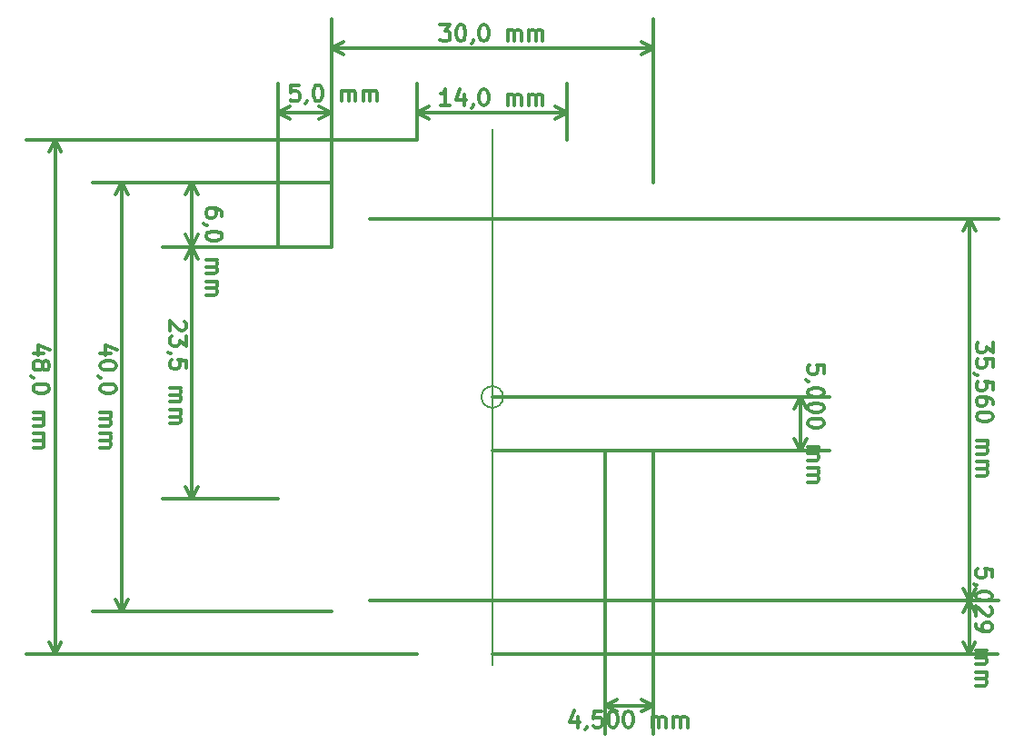
<source format=gbr>
G04 #@! TF.GenerationSoftware,KiCad,Pcbnew,5.0.2-bee76a0~70~ubuntu18.04.1*
G04 #@! TF.CreationDate,2019-03-07T19:49:32+01:00*
G04 #@! TF.ProjectId,bus-module_atmega328,6275732d-6d6f-4647-956c-655f61746d65,C*
G04 #@! TF.SameCoordinates,Original*
G04 #@! TF.FileFunction,Other,Comment*
%FSLAX46Y46*%
G04 Gerber Fmt 4.6, Leading zero omitted, Abs format (unit mm)*
G04 Created by KiCad (PCBNEW 5.0.2-bee76a0~70~ubuntu18.04.1) date Do 07 Mär 2019 19:49:32 CET*
%MOMM*%
%LPD*%
G01*
G04 APERTURE LIST*
%ADD10C,0.300000*%
%ADD11C,0.200000*%
G04 APERTURE END LIST*
D10*
X146595828Y-116773914D02*
X146595828Y-116059628D01*
X145881542Y-115988200D01*
X145952971Y-116059628D01*
X146024400Y-116202485D01*
X146024400Y-116559628D01*
X145952971Y-116702485D01*
X145881542Y-116773914D01*
X145738685Y-116845342D01*
X145381542Y-116845342D01*
X145238685Y-116773914D01*
X145167257Y-116702485D01*
X145095828Y-116559628D01*
X145095828Y-116202485D01*
X145167257Y-116059628D01*
X145238685Y-115988200D01*
X145167257Y-117559628D02*
X145095828Y-117559628D01*
X144952971Y-117488200D01*
X144881542Y-117416771D01*
X146595828Y-118488200D02*
X146595828Y-118631057D01*
X146524400Y-118773914D01*
X146452971Y-118845342D01*
X146310114Y-118916771D01*
X146024400Y-118988200D01*
X145667257Y-118988200D01*
X145381542Y-118916771D01*
X145238685Y-118845342D01*
X145167257Y-118773914D01*
X145095828Y-118631057D01*
X145095828Y-118488200D01*
X145167257Y-118345342D01*
X145238685Y-118273914D01*
X145381542Y-118202485D01*
X145667257Y-118131057D01*
X146024400Y-118131057D01*
X146310114Y-118202485D01*
X146452971Y-118273914D01*
X146524400Y-118345342D01*
X146595828Y-118488200D01*
X146452971Y-119559628D02*
X146524400Y-119631057D01*
X146595828Y-119773914D01*
X146595828Y-120131057D01*
X146524400Y-120273914D01*
X146452971Y-120345342D01*
X146310114Y-120416771D01*
X146167257Y-120416771D01*
X145952971Y-120345342D01*
X145095828Y-119488200D01*
X145095828Y-120416771D01*
X145095828Y-121131057D02*
X145095828Y-121416771D01*
X145167257Y-121559628D01*
X145238685Y-121631057D01*
X145452971Y-121773914D01*
X145738685Y-121845342D01*
X146310114Y-121845342D01*
X146452971Y-121773914D01*
X146524400Y-121702485D01*
X146595828Y-121559628D01*
X146595828Y-121273914D01*
X146524400Y-121131057D01*
X146452971Y-121059628D01*
X146310114Y-120988200D01*
X145952971Y-120988200D01*
X145810114Y-121059628D01*
X145738685Y-121131057D01*
X145667257Y-121273914D01*
X145667257Y-121559628D01*
X145738685Y-121702485D01*
X145810114Y-121773914D01*
X145952971Y-121845342D01*
X145095828Y-123631057D02*
X146095828Y-123631057D01*
X145952971Y-123631057D02*
X146024400Y-123702485D01*
X146095828Y-123845342D01*
X146095828Y-124059628D01*
X146024400Y-124202485D01*
X145881542Y-124273914D01*
X145095828Y-124273914D01*
X145881542Y-124273914D02*
X146024400Y-124345342D01*
X146095828Y-124488200D01*
X146095828Y-124702485D01*
X146024400Y-124845342D01*
X145881542Y-124916771D01*
X145095828Y-124916771D01*
X145095828Y-125631057D02*
X146095828Y-125631057D01*
X145952971Y-125631057D02*
X146024400Y-125702485D01*
X146095828Y-125845342D01*
X146095828Y-126059628D01*
X146024400Y-126202485D01*
X145881542Y-126273914D01*
X145095828Y-126273914D01*
X145881542Y-126273914D02*
X146024400Y-126345342D01*
X146095828Y-126488200D01*
X146095828Y-126702485D01*
X146024400Y-126845342D01*
X145881542Y-126916771D01*
X145095828Y-126916771D01*
X144424400Y-118973600D02*
X144424400Y-124002800D01*
X99974400Y-118973600D02*
X147124400Y-118973600D01*
X99974400Y-124002800D02*
X147124400Y-124002800D01*
X144424400Y-124002800D02*
X143837979Y-122876296D01*
X144424400Y-124002800D02*
X145010821Y-122876296D01*
X144424400Y-118973600D02*
X143837979Y-120100104D01*
X144424400Y-118973600D02*
X145010821Y-120100104D01*
X146626428Y-94904285D02*
X146626428Y-95832857D01*
X146055000Y-95332857D01*
X146055000Y-95547142D01*
X145983571Y-95690000D01*
X145912142Y-95761428D01*
X145769285Y-95832857D01*
X145412142Y-95832857D01*
X145269285Y-95761428D01*
X145197857Y-95690000D01*
X145126428Y-95547142D01*
X145126428Y-95118571D01*
X145197857Y-94975714D01*
X145269285Y-94904285D01*
X146626428Y-97190000D02*
X146626428Y-96475714D01*
X145912142Y-96404285D01*
X145983571Y-96475714D01*
X146055000Y-96618571D01*
X146055000Y-96975714D01*
X145983571Y-97118571D01*
X145912142Y-97190000D01*
X145769285Y-97261428D01*
X145412142Y-97261428D01*
X145269285Y-97190000D01*
X145197857Y-97118571D01*
X145126428Y-96975714D01*
X145126428Y-96618571D01*
X145197857Y-96475714D01*
X145269285Y-96404285D01*
X145197857Y-97975714D02*
X145126428Y-97975714D01*
X144983571Y-97904285D01*
X144912142Y-97832857D01*
X146626428Y-99332857D02*
X146626428Y-98618571D01*
X145912142Y-98547142D01*
X145983571Y-98618571D01*
X146055000Y-98761428D01*
X146055000Y-99118571D01*
X145983571Y-99261428D01*
X145912142Y-99332857D01*
X145769285Y-99404285D01*
X145412142Y-99404285D01*
X145269285Y-99332857D01*
X145197857Y-99261428D01*
X145126428Y-99118571D01*
X145126428Y-98761428D01*
X145197857Y-98618571D01*
X145269285Y-98547142D01*
X146626428Y-100690000D02*
X146626428Y-100404285D01*
X146555000Y-100261428D01*
X146483571Y-100190000D01*
X146269285Y-100047142D01*
X145983571Y-99975714D01*
X145412142Y-99975714D01*
X145269285Y-100047142D01*
X145197857Y-100118571D01*
X145126428Y-100261428D01*
X145126428Y-100547142D01*
X145197857Y-100690000D01*
X145269285Y-100761428D01*
X145412142Y-100832857D01*
X145769285Y-100832857D01*
X145912142Y-100761428D01*
X145983571Y-100690000D01*
X146055000Y-100547142D01*
X146055000Y-100261428D01*
X145983571Y-100118571D01*
X145912142Y-100047142D01*
X145769285Y-99975714D01*
X146626428Y-101761428D02*
X146626428Y-101904285D01*
X146555000Y-102047142D01*
X146483571Y-102118571D01*
X146340714Y-102190000D01*
X146055000Y-102261428D01*
X145697857Y-102261428D01*
X145412142Y-102190000D01*
X145269285Y-102118571D01*
X145197857Y-102047142D01*
X145126428Y-101904285D01*
X145126428Y-101761428D01*
X145197857Y-101618571D01*
X145269285Y-101547142D01*
X145412142Y-101475714D01*
X145697857Y-101404285D01*
X146055000Y-101404285D01*
X146340714Y-101475714D01*
X146483571Y-101547142D01*
X146555000Y-101618571D01*
X146626428Y-101761428D01*
X145126428Y-104047142D02*
X146126428Y-104047142D01*
X145983571Y-104047142D02*
X146055000Y-104118571D01*
X146126428Y-104261428D01*
X146126428Y-104475714D01*
X146055000Y-104618571D01*
X145912142Y-104690000D01*
X145126428Y-104690000D01*
X145912142Y-104690000D02*
X146055000Y-104761428D01*
X146126428Y-104904285D01*
X146126428Y-105118571D01*
X146055000Y-105261428D01*
X145912142Y-105332857D01*
X145126428Y-105332857D01*
X145126428Y-106047142D02*
X146126428Y-106047142D01*
X145983571Y-106047142D02*
X146055000Y-106118571D01*
X146126428Y-106261428D01*
X146126428Y-106475714D01*
X146055000Y-106618571D01*
X145912142Y-106690000D01*
X145126428Y-106690000D01*
X145912142Y-106690000D02*
X146055000Y-106761428D01*
X146126428Y-106904285D01*
X146126428Y-107118571D01*
X146055000Y-107261428D01*
X145912142Y-107332857D01*
X145126428Y-107332857D01*
X144455000Y-83410000D02*
X144455000Y-118970000D01*
X88575000Y-83410000D02*
X147155000Y-83410000D01*
X88575000Y-118970000D02*
X147155000Y-118970000D01*
X144455000Y-118970000D02*
X143868579Y-117843496D01*
X144455000Y-118970000D02*
X145041421Y-117843496D01*
X144455000Y-83410000D02*
X143868579Y-84536504D01*
X144455000Y-83410000D02*
X145041421Y-84536504D01*
X107964285Y-129778571D02*
X107964285Y-130778571D01*
X107607142Y-129207142D02*
X107250000Y-130278571D01*
X108178571Y-130278571D01*
X108821428Y-130707142D02*
X108821428Y-130778571D01*
X108750000Y-130921428D01*
X108678571Y-130992857D01*
X110178571Y-129278571D02*
X109464285Y-129278571D01*
X109392857Y-129992857D01*
X109464285Y-129921428D01*
X109607142Y-129850000D01*
X109964285Y-129850000D01*
X110107142Y-129921428D01*
X110178571Y-129992857D01*
X110250000Y-130135714D01*
X110250000Y-130492857D01*
X110178571Y-130635714D01*
X110107142Y-130707142D01*
X109964285Y-130778571D01*
X109607142Y-130778571D01*
X109464285Y-130707142D01*
X109392857Y-130635714D01*
X111178571Y-129278571D02*
X111321428Y-129278571D01*
X111464285Y-129350000D01*
X111535714Y-129421428D01*
X111607142Y-129564285D01*
X111678571Y-129850000D01*
X111678571Y-130207142D01*
X111607142Y-130492857D01*
X111535714Y-130635714D01*
X111464285Y-130707142D01*
X111321428Y-130778571D01*
X111178571Y-130778571D01*
X111035714Y-130707142D01*
X110964285Y-130635714D01*
X110892857Y-130492857D01*
X110821428Y-130207142D01*
X110821428Y-129850000D01*
X110892857Y-129564285D01*
X110964285Y-129421428D01*
X111035714Y-129350000D01*
X111178571Y-129278571D01*
X112607142Y-129278571D02*
X112750000Y-129278571D01*
X112892857Y-129350000D01*
X112964285Y-129421428D01*
X113035714Y-129564285D01*
X113107142Y-129850000D01*
X113107142Y-130207142D01*
X113035714Y-130492857D01*
X112964285Y-130635714D01*
X112892857Y-130707142D01*
X112750000Y-130778571D01*
X112607142Y-130778571D01*
X112464285Y-130707142D01*
X112392857Y-130635714D01*
X112321428Y-130492857D01*
X112250000Y-130207142D01*
X112250000Y-129850000D01*
X112321428Y-129564285D01*
X112392857Y-129421428D01*
X112464285Y-129350000D01*
X112607142Y-129278571D01*
X114892857Y-130778571D02*
X114892857Y-129778571D01*
X114892857Y-129921428D02*
X114964285Y-129850000D01*
X115107142Y-129778571D01*
X115321428Y-129778571D01*
X115464285Y-129850000D01*
X115535714Y-129992857D01*
X115535714Y-130778571D01*
X115535714Y-129992857D02*
X115607142Y-129850000D01*
X115750000Y-129778571D01*
X115964285Y-129778571D01*
X116107142Y-129850000D01*
X116178571Y-129992857D01*
X116178571Y-130778571D01*
X116892857Y-130778571D02*
X116892857Y-129778571D01*
X116892857Y-129921428D02*
X116964285Y-129850000D01*
X117107142Y-129778571D01*
X117321428Y-129778571D01*
X117464285Y-129850000D01*
X117535714Y-129992857D01*
X117535714Y-130778571D01*
X117535714Y-129992857D02*
X117607142Y-129850000D01*
X117750000Y-129778571D01*
X117964285Y-129778571D01*
X118107142Y-129850000D01*
X118178571Y-129992857D01*
X118178571Y-130778571D01*
X110500000Y-128750000D02*
X115000000Y-128750000D01*
X110500000Y-105000000D02*
X110500000Y-131450000D01*
X115000000Y-105000000D02*
X115000000Y-131450000D01*
X115000000Y-128750000D02*
X113873496Y-129336421D01*
X115000000Y-128750000D02*
X113873496Y-128163579D01*
X110500000Y-128750000D02*
X111626504Y-129336421D01*
X110500000Y-128750000D02*
X111626504Y-128163579D01*
X130921428Y-97785714D02*
X130921428Y-97071428D01*
X130207142Y-97000000D01*
X130278571Y-97071428D01*
X130350000Y-97214285D01*
X130350000Y-97571428D01*
X130278571Y-97714285D01*
X130207142Y-97785714D01*
X130064285Y-97857142D01*
X129707142Y-97857142D01*
X129564285Y-97785714D01*
X129492857Y-97714285D01*
X129421428Y-97571428D01*
X129421428Y-97214285D01*
X129492857Y-97071428D01*
X129564285Y-97000000D01*
X129492857Y-98571428D02*
X129421428Y-98571428D01*
X129278571Y-98500000D01*
X129207142Y-98428571D01*
X130921428Y-99500000D02*
X130921428Y-99642857D01*
X130850000Y-99785714D01*
X130778571Y-99857142D01*
X130635714Y-99928571D01*
X130350000Y-100000000D01*
X129992857Y-100000000D01*
X129707142Y-99928571D01*
X129564285Y-99857142D01*
X129492857Y-99785714D01*
X129421428Y-99642857D01*
X129421428Y-99500000D01*
X129492857Y-99357142D01*
X129564285Y-99285714D01*
X129707142Y-99214285D01*
X129992857Y-99142857D01*
X130350000Y-99142857D01*
X130635714Y-99214285D01*
X130778571Y-99285714D01*
X130850000Y-99357142D01*
X130921428Y-99500000D01*
X130921428Y-100928571D02*
X130921428Y-101071428D01*
X130850000Y-101214285D01*
X130778571Y-101285714D01*
X130635714Y-101357142D01*
X130350000Y-101428571D01*
X129992857Y-101428571D01*
X129707142Y-101357142D01*
X129564285Y-101285714D01*
X129492857Y-101214285D01*
X129421428Y-101071428D01*
X129421428Y-100928571D01*
X129492857Y-100785714D01*
X129564285Y-100714285D01*
X129707142Y-100642857D01*
X129992857Y-100571428D01*
X130350000Y-100571428D01*
X130635714Y-100642857D01*
X130778571Y-100714285D01*
X130850000Y-100785714D01*
X130921428Y-100928571D01*
X130921428Y-102357142D02*
X130921428Y-102500000D01*
X130850000Y-102642857D01*
X130778571Y-102714285D01*
X130635714Y-102785714D01*
X130350000Y-102857142D01*
X129992857Y-102857142D01*
X129707142Y-102785714D01*
X129564285Y-102714285D01*
X129492857Y-102642857D01*
X129421428Y-102500000D01*
X129421428Y-102357142D01*
X129492857Y-102214285D01*
X129564285Y-102142857D01*
X129707142Y-102071428D01*
X129992857Y-102000000D01*
X130350000Y-102000000D01*
X130635714Y-102071428D01*
X130778571Y-102142857D01*
X130850000Y-102214285D01*
X130921428Y-102357142D01*
X129421428Y-104642857D02*
X130421428Y-104642857D01*
X130278571Y-104642857D02*
X130350000Y-104714285D01*
X130421428Y-104857142D01*
X130421428Y-105071428D01*
X130350000Y-105214285D01*
X130207142Y-105285714D01*
X129421428Y-105285714D01*
X130207142Y-105285714D02*
X130350000Y-105357142D01*
X130421428Y-105500000D01*
X130421428Y-105714285D01*
X130350000Y-105857142D01*
X130207142Y-105928571D01*
X129421428Y-105928571D01*
X129421428Y-106642857D02*
X130421428Y-106642857D01*
X130278571Y-106642857D02*
X130350000Y-106714285D01*
X130421428Y-106857142D01*
X130421428Y-107071428D01*
X130350000Y-107214285D01*
X130207142Y-107285714D01*
X129421428Y-107285714D01*
X130207142Y-107285714D02*
X130350000Y-107357142D01*
X130421428Y-107500000D01*
X130421428Y-107714285D01*
X130350000Y-107857142D01*
X130207142Y-107928571D01*
X129421428Y-107928571D01*
X128750000Y-100000000D02*
X128750000Y-105000000D01*
X100000000Y-100000000D02*
X131450000Y-100000000D01*
X100000000Y-105000000D02*
X131450000Y-105000000D01*
X128750000Y-105000000D02*
X128163579Y-103873496D01*
X128750000Y-105000000D02*
X129336421Y-103873496D01*
X128750000Y-100000000D02*
X128163579Y-101126504D01*
X128750000Y-100000000D02*
X129336421Y-101126504D01*
D11*
X100000000Y-75000000D02*
X100000000Y-125000000D01*
D10*
X58221428Y-95928571D02*
X57221428Y-95928571D01*
X58792857Y-95571428D02*
X57721428Y-95214285D01*
X57721428Y-96142857D01*
X58078571Y-96928571D02*
X58150000Y-96785714D01*
X58221428Y-96714285D01*
X58364285Y-96642857D01*
X58435714Y-96642857D01*
X58578571Y-96714285D01*
X58650000Y-96785714D01*
X58721428Y-96928571D01*
X58721428Y-97214285D01*
X58650000Y-97357142D01*
X58578571Y-97428571D01*
X58435714Y-97500000D01*
X58364285Y-97500000D01*
X58221428Y-97428571D01*
X58150000Y-97357142D01*
X58078571Y-97214285D01*
X58078571Y-96928571D01*
X58007142Y-96785714D01*
X57935714Y-96714285D01*
X57792857Y-96642857D01*
X57507142Y-96642857D01*
X57364285Y-96714285D01*
X57292857Y-96785714D01*
X57221428Y-96928571D01*
X57221428Y-97214285D01*
X57292857Y-97357142D01*
X57364285Y-97428571D01*
X57507142Y-97500000D01*
X57792857Y-97500000D01*
X57935714Y-97428571D01*
X58007142Y-97357142D01*
X58078571Y-97214285D01*
X57292857Y-98214285D02*
X57221428Y-98214285D01*
X57078571Y-98142857D01*
X57007142Y-98071428D01*
X58721428Y-99142857D02*
X58721428Y-99285714D01*
X58650000Y-99428571D01*
X58578571Y-99500000D01*
X58435714Y-99571428D01*
X58150000Y-99642857D01*
X57792857Y-99642857D01*
X57507142Y-99571428D01*
X57364285Y-99500000D01*
X57292857Y-99428571D01*
X57221428Y-99285714D01*
X57221428Y-99142857D01*
X57292857Y-99000000D01*
X57364285Y-98928571D01*
X57507142Y-98857142D01*
X57792857Y-98785714D01*
X58150000Y-98785714D01*
X58435714Y-98857142D01*
X58578571Y-98928571D01*
X58650000Y-99000000D01*
X58721428Y-99142857D01*
X57221428Y-101428571D02*
X58221428Y-101428571D01*
X58078571Y-101428571D02*
X58150000Y-101500000D01*
X58221428Y-101642857D01*
X58221428Y-101857142D01*
X58150000Y-102000000D01*
X58007142Y-102071428D01*
X57221428Y-102071428D01*
X58007142Y-102071428D02*
X58150000Y-102142857D01*
X58221428Y-102285714D01*
X58221428Y-102500000D01*
X58150000Y-102642857D01*
X58007142Y-102714285D01*
X57221428Y-102714285D01*
X57221428Y-103428571D02*
X58221428Y-103428571D01*
X58078571Y-103428571D02*
X58150000Y-103500000D01*
X58221428Y-103642857D01*
X58221428Y-103857142D01*
X58150000Y-104000000D01*
X58007142Y-104071428D01*
X57221428Y-104071428D01*
X58007142Y-104071428D02*
X58150000Y-104142857D01*
X58221428Y-104285714D01*
X58221428Y-104500000D01*
X58150000Y-104642857D01*
X58007142Y-104714285D01*
X57221428Y-104714285D01*
X59250000Y-76000000D02*
X59250000Y-124000000D01*
X93000000Y-76000000D02*
X56550000Y-76000000D01*
X93000000Y-124000000D02*
X56550000Y-124000000D01*
X59250000Y-124000000D02*
X58663579Y-122873496D01*
X59250000Y-124000000D02*
X59836421Y-122873496D01*
X59250000Y-76000000D02*
X58663579Y-77126504D01*
X59250000Y-76000000D02*
X59836421Y-77126504D01*
X64471428Y-95928571D02*
X63471428Y-95928571D01*
X65042857Y-95571428D02*
X63971428Y-95214285D01*
X63971428Y-96142857D01*
X64971428Y-97000000D02*
X64971428Y-97142857D01*
X64900000Y-97285714D01*
X64828571Y-97357142D01*
X64685714Y-97428571D01*
X64400000Y-97500000D01*
X64042857Y-97500000D01*
X63757142Y-97428571D01*
X63614285Y-97357142D01*
X63542857Y-97285714D01*
X63471428Y-97142857D01*
X63471428Y-97000000D01*
X63542857Y-96857142D01*
X63614285Y-96785714D01*
X63757142Y-96714285D01*
X64042857Y-96642857D01*
X64400000Y-96642857D01*
X64685714Y-96714285D01*
X64828571Y-96785714D01*
X64900000Y-96857142D01*
X64971428Y-97000000D01*
X63542857Y-98214285D02*
X63471428Y-98214285D01*
X63328571Y-98142857D01*
X63257142Y-98071428D01*
X64971428Y-99142857D02*
X64971428Y-99285714D01*
X64900000Y-99428571D01*
X64828571Y-99500000D01*
X64685714Y-99571428D01*
X64400000Y-99642857D01*
X64042857Y-99642857D01*
X63757142Y-99571428D01*
X63614285Y-99500000D01*
X63542857Y-99428571D01*
X63471428Y-99285714D01*
X63471428Y-99142857D01*
X63542857Y-99000000D01*
X63614285Y-98928571D01*
X63757142Y-98857142D01*
X64042857Y-98785714D01*
X64400000Y-98785714D01*
X64685714Y-98857142D01*
X64828571Y-98928571D01*
X64900000Y-99000000D01*
X64971428Y-99142857D01*
X63471428Y-101428571D02*
X64471428Y-101428571D01*
X64328571Y-101428571D02*
X64400000Y-101500000D01*
X64471428Y-101642857D01*
X64471428Y-101857142D01*
X64400000Y-102000000D01*
X64257142Y-102071428D01*
X63471428Y-102071428D01*
X64257142Y-102071428D02*
X64400000Y-102142857D01*
X64471428Y-102285714D01*
X64471428Y-102500000D01*
X64400000Y-102642857D01*
X64257142Y-102714285D01*
X63471428Y-102714285D01*
X63471428Y-103428571D02*
X64471428Y-103428571D01*
X64328571Y-103428571D02*
X64400000Y-103500000D01*
X64471428Y-103642857D01*
X64471428Y-103857142D01*
X64400000Y-104000000D01*
X64257142Y-104071428D01*
X63471428Y-104071428D01*
X64257142Y-104071428D02*
X64400000Y-104142857D01*
X64471428Y-104285714D01*
X64471428Y-104500000D01*
X64400000Y-104642857D01*
X64257142Y-104714285D01*
X63471428Y-104714285D01*
X65500000Y-80000000D02*
X65500000Y-120000000D01*
X85000000Y-80000000D02*
X62800000Y-80000000D01*
X85000000Y-120000000D02*
X62800000Y-120000000D01*
X65500000Y-120000000D02*
X64913579Y-118873496D01*
X65500000Y-120000000D02*
X66086421Y-118873496D01*
X65500000Y-80000000D02*
X64913579Y-81126504D01*
X65500000Y-80000000D02*
X66086421Y-81126504D01*
X71328571Y-92964285D02*
X71400000Y-93035714D01*
X71471428Y-93178571D01*
X71471428Y-93535714D01*
X71400000Y-93678571D01*
X71328571Y-93750000D01*
X71185714Y-93821428D01*
X71042857Y-93821428D01*
X70828571Y-93750000D01*
X69971428Y-92892857D01*
X69971428Y-93821428D01*
X71471428Y-94321428D02*
X71471428Y-95250000D01*
X70900000Y-94750000D01*
X70900000Y-94964285D01*
X70828571Y-95107142D01*
X70757142Y-95178571D01*
X70614285Y-95250000D01*
X70257142Y-95250000D01*
X70114285Y-95178571D01*
X70042857Y-95107142D01*
X69971428Y-94964285D01*
X69971428Y-94535714D01*
X70042857Y-94392857D01*
X70114285Y-94321428D01*
X70042857Y-95964285D02*
X69971428Y-95964285D01*
X69828571Y-95892857D01*
X69757142Y-95821428D01*
X71471428Y-97321428D02*
X71471428Y-96607142D01*
X70757142Y-96535714D01*
X70828571Y-96607142D01*
X70900000Y-96750000D01*
X70900000Y-97107142D01*
X70828571Y-97250000D01*
X70757142Y-97321428D01*
X70614285Y-97392857D01*
X70257142Y-97392857D01*
X70114285Y-97321428D01*
X70042857Y-97250000D01*
X69971428Y-97107142D01*
X69971428Y-96750000D01*
X70042857Y-96607142D01*
X70114285Y-96535714D01*
X69971428Y-99178571D02*
X70971428Y-99178571D01*
X70828571Y-99178571D02*
X70900000Y-99250000D01*
X70971428Y-99392857D01*
X70971428Y-99607142D01*
X70900000Y-99750000D01*
X70757142Y-99821428D01*
X69971428Y-99821428D01*
X70757142Y-99821428D02*
X70900000Y-99892857D01*
X70971428Y-100035714D01*
X70971428Y-100250000D01*
X70900000Y-100392857D01*
X70757142Y-100464285D01*
X69971428Y-100464285D01*
X69971428Y-101178571D02*
X70971428Y-101178571D01*
X70828571Y-101178571D02*
X70900000Y-101250000D01*
X70971428Y-101392857D01*
X70971428Y-101607142D01*
X70900000Y-101750000D01*
X70757142Y-101821428D01*
X69971428Y-101821428D01*
X70757142Y-101821428D02*
X70900000Y-101892857D01*
X70971428Y-102035714D01*
X70971428Y-102250000D01*
X70900000Y-102392857D01*
X70757142Y-102464285D01*
X69971428Y-102464285D01*
X72000000Y-86000000D02*
X72000000Y-109500000D01*
X80000000Y-86000000D02*
X69300000Y-86000000D01*
X80000000Y-109500000D02*
X69300000Y-109500000D01*
X72000000Y-109500000D02*
X71413579Y-108373496D01*
X72000000Y-109500000D02*
X72586421Y-108373496D01*
X72000000Y-86000000D02*
X71413579Y-87126504D01*
X72000000Y-86000000D02*
X72586421Y-87126504D01*
X74821428Y-83142857D02*
X74821428Y-82857142D01*
X74750000Y-82714285D01*
X74678571Y-82642857D01*
X74464285Y-82500000D01*
X74178571Y-82428571D01*
X73607142Y-82428571D01*
X73464285Y-82500000D01*
X73392857Y-82571428D01*
X73321428Y-82714285D01*
X73321428Y-83000000D01*
X73392857Y-83142857D01*
X73464285Y-83214285D01*
X73607142Y-83285714D01*
X73964285Y-83285714D01*
X74107142Y-83214285D01*
X74178571Y-83142857D01*
X74250000Y-83000000D01*
X74250000Y-82714285D01*
X74178571Y-82571428D01*
X74107142Y-82500000D01*
X73964285Y-82428571D01*
X73392857Y-84000000D02*
X73321428Y-84000000D01*
X73178571Y-83928571D01*
X73107142Y-83857142D01*
X74821428Y-84928571D02*
X74821428Y-85071428D01*
X74750000Y-85214285D01*
X74678571Y-85285714D01*
X74535714Y-85357142D01*
X74250000Y-85428571D01*
X73892857Y-85428571D01*
X73607142Y-85357142D01*
X73464285Y-85285714D01*
X73392857Y-85214285D01*
X73321428Y-85071428D01*
X73321428Y-84928571D01*
X73392857Y-84785714D01*
X73464285Y-84714285D01*
X73607142Y-84642857D01*
X73892857Y-84571428D01*
X74250000Y-84571428D01*
X74535714Y-84642857D01*
X74678571Y-84714285D01*
X74750000Y-84785714D01*
X74821428Y-84928571D01*
X73321428Y-87214285D02*
X74321428Y-87214285D01*
X74178571Y-87214285D02*
X74250000Y-87285714D01*
X74321428Y-87428571D01*
X74321428Y-87642857D01*
X74250000Y-87785714D01*
X74107142Y-87857142D01*
X73321428Y-87857142D01*
X74107142Y-87857142D02*
X74250000Y-87928571D01*
X74321428Y-88071428D01*
X74321428Y-88285714D01*
X74250000Y-88428571D01*
X74107142Y-88500000D01*
X73321428Y-88500000D01*
X73321428Y-89214285D02*
X74321428Y-89214285D01*
X74178571Y-89214285D02*
X74250000Y-89285714D01*
X74321428Y-89428571D01*
X74321428Y-89642857D01*
X74250000Y-89785714D01*
X74107142Y-89857142D01*
X73321428Y-89857142D01*
X74107142Y-89857142D02*
X74250000Y-89928571D01*
X74321428Y-90071428D01*
X74321428Y-90285714D01*
X74250000Y-90428571D01*
X74107142Y-90500000D01*
X73321428Y-90500000D01*
X72000000Y-80000000D02*
X72000000Y-86000000D01*
X85000000Y-80000000D02*
X69300000Y-80000000D01*
X85000000Y-86000000D02*
X69300000Y-86000000D01*
X72000000Y-86000000D02*
X71413579Y-84873496D01*
X72000000Y-86000000D02*
X72586421Y-84873496D01*
X72000000Y-80000000D02*
X71413579Y-81126504D01*
X72000000Y-80000000D02*
X72586421Y-81126504D01*
X95142857Y-65328571D02*
X96071428Y-65328571D01*
X95571428Y-65900000D01*
X95785714Y-65900000D01*
X95928571Y-65971428D01*
X96000000Y-66042857D01*
X96071428Y-66185714D01*
X96071428Y-66542857D01*
X96000000Y-66685714D01*
X95928571Y-66757142D01*
X95785714Y-66828571D01*
X95357142Y-66828571D01*
X95214285Y-66757142D01*
X95142857Y-66685714D01*
X97000000Y-65328571D02*
X97142857Y-65328571D01*
X97285714Y-65400000D01*
X97357142Y-65471428D01*
X97428571Y-65614285D01*
X97500000Y-65900000D01*
X97500000Y-66257142D01*
X97428571Y-66542857D01*
X97357142Y-66685714D01*
X97285714Y-66757142D01*
X97142857Y-66828571D01*
X97000000Y-66828571D01*
X96857142Y-66757142D01*
X96785714Y-66685714D01*
X96714285Y-66542857D01*
X96642857Y-66257142D01*
X96642857Y-65900000D01*
X96714285Y-65614285D01*
X96785714Y-65471428D01*
X96857142Y-65400000D01*
X97000000Y-65328571D01*
X98214285Y-66757142D02*
X98214285Y-66828571D01*
X98142857Y-66971428D01*
X98071428Y-67042857D01*
X99142857Y-65328571D02*
X99285714Y-65328571D01*
X99428571Y-65400000D01*
X99500000Y-65471428D01*
X99571428Y-65614285D01*
X99642857Y-65900000D01*
X99642857Y-66257142D01*
X99571428Y-66542857D01*
X99500000Y-66685714D01*
X99428571Y-66757142D01*
X99285714Y-66828571D01*
X99142857Y-66828571D01*
X99000000Y-66757142D01*
X98928571Y-66685714D01*
X98857142Y-66542857D01*
X98785714Y-66257142D01*
X98785714Y-65900000D01*
X98857142Y-65614285D01*
X98928571Y-65471428D01*
X99000000Y-65400000D01*
X99142857Y-65328571D01*
X101428571Y-66828571D02*
X101428571Y-65828571D01*
X101428571Y-65971428D02*
X101500000Y-65900000D01*
X101642857Y-65828571D01*
X101857142Y-65828571D01*
X102000000Y-65900000D01*
X102071428Y-66042857D01*
X102071428Y-66828571D01*
X102071428Y-66042857D02*
X102142857Y-65900000D01*
X102285714Y-65828571D01*
X102500000Y-65828571D01*
X102642857Y-65900000D01*
X102714285Y-66042857D01*
X102714285Y-66828571D01*
X103428571Y-66828571D02*
X103428571Y-65828571D01*
X103428571Y-65971428D02*
X103500000Y-65900000D01*
X103642857Y-65828571D01*
X103857142Y-65828571D01*
X104000000Y-65900000D01*
X104071428Y-66042857D01*
X104071428Y-66828571D01*
X104071428Y-66042857D02*
X104142857Y-65900000D01*
X104285714Y-65828571D01*
X104500000Y-65828571D01*
X104642857Y-65900000D01*
X104714285Y-66042857D01*
X104714285Y-66828571D01*
X85000000Y-67500000D02*
X115000000Y-67500000D01*
X85000000Y-80000000D02*
X85000000Y-64800000D01*
X115000000Y-80000000D02*
X115000000Y-64800000D01*
X115000000Y-67500000D02*
X113873496Y-68086421D01*
X115000000Y-67500000D02*
X113873496Y-66913579D01*
X85000000Y-67500000D02*
X86126504Y-68086421D01*
X85000000Y-67500000D02*
X86126504Y-66913579D01*
X81964285Y-70928571D02*
X81250000Y-70928571D01*
X81178571Y-71642857D01*
X81250000Y-71571428D01*
X81392857Y-71500000D01*
X81750000Y-71500000D01*
X81892857Y-71571428D01*
X81964285Y-71642857D01*
X82035714Y-71785714D01*
X82035714Y-72142857D01*
X81964285Y-72285714D01*
X81892857Y-72357142D01*
X81750000Y-72428571D01*
X81392857Y-72428571D01*
X81250000Y-72357142D01*
X81178571Y-72285714D01*
X82750000Y-72357142D02*
X82750000Y-72428571D01*
X82678571Y-72571428D01*
X82607142Y-72642857D01*
X83678571Y-70928571D02*
X83821428Y-70928571D01*
X83964285Y-71000000D01*
X84035714Y-71071428D01*
X84107142Y-71214285D01*
X84178571Y-71500000D01*
X84178571Y-71857142D01*
X84107142Y-72142857D01*
X84035714Y-72285714D01*
X83964285Y-72357142D01*
X83821428Y-72428571D01*
X83678571Y-72428571D01*
X83535714Y-72357142D01*
X83464285Y-72285714D01*
X83392857Y-72142857D01*
X83321428Y-71857142D01*
X83321428Y-71500000D01*
X83392857Y-71214285D01*
X83464285Y-71071428D01*
X83535714Y-71000000D01*
X83678571Y-70928571D01*
X85964285Y-72428571D02*
X85964285Y-71428571D01*
X85964285Y-71571428D02*
X86035714Y-71500000D01*
X86178571Y-71428571D01*
X86392857Y-71428571D01*
X86535714Y-71500000D01*
X86607142Y-71642857D01*
X86607142Y-72428571D01*
X86607142Y-71642857D02*
X86678571Y-71500000D01*
X86821428Y-71428571D01*
X87035714Y-71428571D01*
X87178571Y-71500000D01*
X87250000Y-71642857D01*
X87250000Y-72428571D01*
X87964285Y-72428571D02*
X87964285Y-71428571D01*
X87964285Y-71571428D02*
X88035714Y-71500000D01*
X88178571Y-71428571D01*
X88392857Y-71428571D01*
X88535714Y-71500000D01*
X88607142Y-71642857D01*
X88607142Y-72428571D01*
X88607142Y-71642857D02*
X88678571Y-71500000D01*
X88821428Y-71428571D01*
X89035714Y-71428571D01*
X89178571Y-71500000D01*
X89250000Y-71642857D01*
X89250000Y-72428571D01*
X85000000Y-73500000D02*
X80000000Y-73500000D01*
X85000000Y-86000000D02*
X85000000Y-70800000D01*
X80000000Y-86000000D02*
X80000000Y-70800000D01*
X80000000Y-73500000D02*
X81126504Y-72913579D01*
X80000000Y-73500000D02*
X81126504Y-74086421D01*
X85000000Y-73500000D02*
X83873496Y-72913579D01*
X85000000Y-73500000D02*
X83873496Y-74086421D01*
X96071428Y-72828571D02*
X95214285Y-72828571D01*
X95642857Y-72828571D02*
X95642857Y-71328571D01*
X95500000Y-71542857D01*
X95357142Y-71685714D01*
X95214285Y-71757142D01*
X97357142Y-71828571D02*
X97357142Y-72828571D01*
X97000000Y-71257142D02*
X96642857Y-72328571D01*
X97571428Y-72328571D01*
X98214285Y-72757142D02*
X98214285Y-72828571D01*
X98142857Y-72971428D01*
X98071428Y-73042857D01*
X99142857Y-71328571D02*
X99285714Y-71328571D01*
X99428571Y-71400000D01*
X99500000Y-71471428D01*
X99571428Y-71614285D01*
X99642857Y-71900000D01*
X99642857Y-72257142D01*
X99571428Y-72542857D01*
X99500000Y-72685714D01*
X99428571Y-72757142D01*
X99285714Y-72828571D01*
X99142857Y-72828571D01*
X99000000Y-72757142D01*
X98928571Y-72685714D01*
X98857142Y-72542857D01*
X98785714Y-72257142D01*
X98785714Y-71900000D01*
X98857142Y-71614285D01*
X98928571Y-71471428D01*
X99000000Y-71400000D01*
X99142857Y-71328571D01*
X101428571Y-72828571D02*
X101428571Y-71828571D01*
X101428571Y-71971428D02*
X101500000Y-71900000D01*
X101642857Y-71828571D01*
X101857142Y-71828571D01*
X102000000Y-71900000D01*
X102071428Y-72042857D01*
X102071428Y-72828571D01*
X102071428Y-72042857D02*
X102142857Y-71900000D01*
X102285714Y-71828571D01*
X102500000Y-71828571D01*
X102642857Y-71900000D01*
X102714285Y-72042857D01*
X102714285Y-72828571D01*
X103428571Y-72828571D02*
X103428571Y-71828571D01*
X103428571Y-71971428D02*
X103500000Y-71900000D01*
X103642857Y-71828571D01*
X103857142Y-71828571D01*
X104000000Y-71900000D01*
X104071428Y-72042857D01*
X104071428Y-72828571D01*
X104071428Y-72042857D02*
X104142857Y-71900000D01*
X104285714Y-71828571D01*
X104500000Y-71828571D01*
X104642857Y-71900000D01*
X104714285Y-72042857D01*
X104714285Y-72828571D01*
X93000000Y-73500000D02*
X107000000Y-73500000D01*
X93000000Y-76000000D02*
X93000000Y-70800000D01*
X107000000Y-76000000D02*
X107000000Y-70800000D01*
X107000000Y-73500000D02*
X105873496Y-74086421D01*
X107000000Y-73500000D02*
X105873496Y-72913579D01*
X93000000Y-73500000D02*
X94126504Y-74086421D01*
X93000000Y-73500000D02*
X94126504Y-72913579D01*
D11*
X101000000Y-100000000D02*
G75*
G03X101000000Y-100000000I-1000000J0D01*
G01*
M02*

</source>
